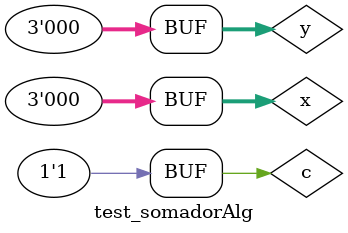
<source format=v>

module halfAdder (output s1, output s0, input a, input b);
	xor (s0, a, b);
	and (s1, a, b);
endmodule // halfAdder

module fullAdder (output carryOut, output s, input  a, input  b, input carryIn);
	wire s2,s1,s0;
	
	halfAdder HA1 (s1, s0, a, b);
	halfAdder HA2 (s2, s, s0, carryIn);
	or            (carryOut, s1, s2);
endmodule // fullAdder

module somadorAlg (output [3:0]s, output zFlag, input [2:0]a, input [2:0]b, input carryIn);
	wire x1,x2,x3,cout1,cout2,cout3;
	
	xor XOR1      (x1, b[0], carryIn);
	xor XOR2      (x2, b[1], carryIn);
	xor XOR3      (x3, b[2], carryIn);
	fullAdder FA1 (cout1, s[0], a[0], x1, carryIn);
	fullAdder FA2 (cout2, s[1], a[1], x2, cout1);
	fullAdder FA3 (cout3, s[2], a[2], x3, cout2);
	xor XOR4      (s[3], cout3, carryIn);
	nor NOR1      (zFlag, s[0], s[1], s[2], s[3]);
endmodule // somadorAlg

module test_somadorAlg;
// ------------------------- definir dados
   reg [2:0]x;
	reg [2:0]y;
	reg c;
	wire [3:0]soma;
	wire zFlag;
	
	somadorAlg somadif (soma, zFlag, x, y, c);
	
	initial begin: start
		x = 3'b000; 
		y = 3'b000;
		c = 1;
	end
	
// ------------------------- parte principal
   initial begin
      $display("Exemplo0032 - Oswaldo Oliveira Paulino - 382175");
      $display("Test ALU's somador algebrico");
      $monitor("%3b - %3b = %3b | ZERO-flag = %b",x,y,soma,zFlag); 
		repeat (7) begin
		#1 y = y + 1;  
		end
		repeat (7) begin
		#1 x = x + 1;
		end
   end
endmodule // test_somadorAlg

/*
    Exemplo0032 - Oswaldo Oliveira Paulino - 382175
    Test ALU's somador algebrico
    000 - 000 = 0000 | ZERO-flag = 1
    000 - 001 = 1111 | ZERO-flag = 0
    000 - 010 = 1110 | ZERO-flag = 0
    000 - 011 = 1101 | ZERO-flag = 0
    000 - 100 = 1100 | ZERO-flag = 0
    000 - 101 = 1011 | ZERO-flag = 0
    000 - 110 = 1010 | ZERO-flag = 0
    000 - 111 = 1001 | ZERO-flag = 0
    001 - 111 = 1010 | ZERO-flag = 0
    010 - 111 = 1011 | ZERO-flag = 0
    011 - 111 = 1100 | ZERO-flag = 0
    100 - 111 = 1101 | ZERO-flag = 0
    101 - 111 = 1110 | ZERO-flag = 0
    110 - 111 = 1111 | ZERO-flag = 0
    111 - 111 = 0000 | ZERO-flag = 1
*/
</source>
